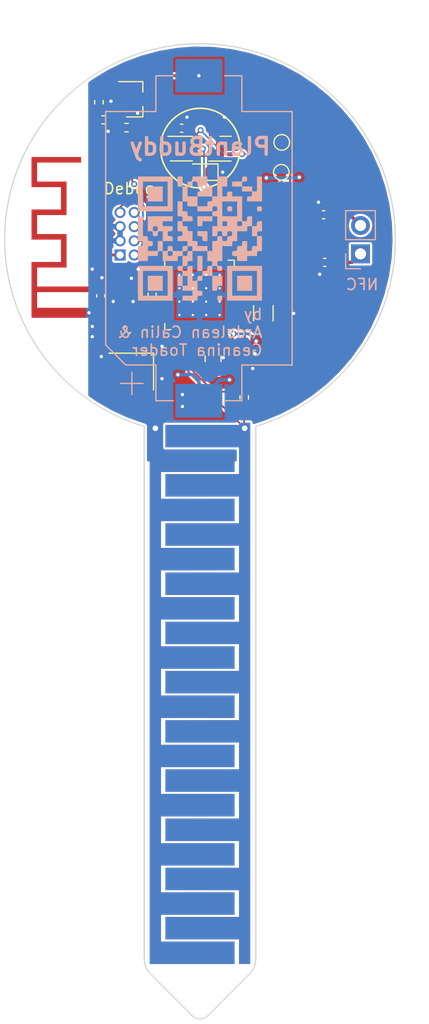
<source format=kicad_pcb>
(kicad_pcb (version 20171130) (host pcbnew 5.1.10)
  (layers (0 F.Cu power) (31 B.Cu power) (34 B.Paste user) (35 F.Paste user) (36 B.SilkS user) (37 F.SilkS user) (38 B.Mask user) (39 F.Mask user) (44 Edge.Cuts user))
  (net 0 "")
  (net 1 "Net-(AE1-Pad1)")
  (net 2 +BATT)
  (net 3 "Net-(BT1-Pad2)")
  (net 4 /SWDIO)
  (net 5 /SWCLK)
  (net 6 /SDA)
  (net 7 /SCL)
  (net 8 GND)
  (net 9 /LUX_INT)
  (net 10 "Net-(D1-Pad2)")
  (net 11 /LEDY)
  (net 12 "Net-(C5-Pad2)")
  (net 13 /XC2)
  (net 14 "Net-(C8-Pad1)")
  (net 15 "Net-(C9-Pad2)")
  (net 16 /XC1)
  (net 17 /XL2)
  (net 18 /XL1)
  (net 19 "Net-(C16-Pad2)")
  (net 20 "Net-(L4-Pad2)")
  (net 21 "Net-(U6-Pad5)")
  (net 22 "Net-(Y1-Pad4)")
  (net 23 "Net-(Y1-Pad2)")
  (net 24 /UART_Rx)
  (net 25 /UART_Tx)
  (net 26 "Net-(Q2-Pad1)")
  (net 27 /~RST)
  (net 28 /Discharge)
  (net 29 "Net-(C101-Pad2)")
  (net 30 "Net-(C102-Pad1)")
  (net 31 /Charge)
  (net 32 "Net-(U101-Pad44)")
  (net 33 "Net-(U101-Pad43)")
  (net 34 "Net-(U101-Pad39)")
  (net 35 "Net-(U101-Pad38)")
  (net 36 "Net-(U101-Pad32)")
  (net 37 "Net-(U101-Pad29)")
  (net 38 "Net-(U101-Pad16)")
  (net 39 "Net-(U101-Pad10)")
  (net 40 "Net-(U101-Pad9)")
  (net 41 "Net-(U101-Pad7)")
  (net 42 "Net-(U101-Pad5)")
  (net 43 "Net-(U101-Pad4)")
  (net 44 "Net-(U101-Pad28)")
  (net 45 "Net-(U101-Pad27)")
  (net 46 "Net-(U101-Pad37)")
  (net 47 "Net-(U101-Pad42)")
  (net 48 "Net-(U101-Pad8)")
  (net 49 "Net-(U101-Pad21)")
  (net 50 "Net-(U101-Pad20)")
  (net 51 "Net-(U101-Pad19)")
  (net 52 "Net-(U102-Pad2)")
  (module OptoDevice:Lite-On_LTR-303ALS-01 (layer F.Cu) (at 64.0432 56.3266)
    (fp_text reference U102 hide)
    (fp_text value LTR-303ALS-01)
    (pad 6 smd roundrect (at 0.9 -0.65) (size 0.65 0.3) (layers F.Cu F.Paste F.Mask) (net 6 /SDA))
    (pad 5 smd roundrect (at 0.9 0) (size 0.65 0.3) (layers F.Cu F.Paste F.Mask) (net 9 /LUX_INT))
    (pad 4 smd roundrect (at 0.9 0.65) (size 0.65 0.3) (layers F.Cu F.Paste F.Mask) (net 7 /SCL))
    (pad 3 smd roundrect (at -0.9 0.65) (size 0.65 0.3) (layers F.Cu F.Paste F.Mask) (net 8 GND))
    (pad 2 smd roundrect (at -0.9 0) (size 0.65 0.3) (layers F.Cu F.Paste F.Mask) (net 52 "Net-(U102-Pad2)"))
    (pad 1 smd roundrect (at -0.9 -0.65) (size 0.65 0.3) (layers F.Cu F.Paste F.Mask) (net 2 +BATT))
  )
  (module PlantBuddy:PinHeader_2x04_P1.27mm_Vertical (layer B.Cu) (at 58.5568 65.8516)
    (fp_text reference J101 hide)
    (fp_text value Debug)
    (pad 8 thru_hole oval (at 1.27 -3.81) (size 1 1) (drill 0.65) (layers *.Cu *.Mask) (net 25 /UART_Tx))
    (pad 7 thru_hole oval (at 0 -3.81) (size 1 1) (drill 0.65) (layers *.Cu *.Mask) (net 24 /UART_Rx))
    (pad 6 thru_hole oval (at 1.27 -2.54) (size 1 1) (drill 0.65) (layers *.Cu *.Mask) (net 27 /~RST))
    (pad 5 thru_hole oval (at 0 -2.54) (size 1 1) (drill 0.65) (layers *.Cu *.Mask) (net 8 GND))
    (pad 4 thru_hole oval (at 1.27 -1.27) (size 1 1) (drill 0.65) (layers *.Cu *.Mask) (net 5 /SWCLK))
    (pad 3 thru_hole oval (at 0 -1.27) (size 1 1) (drill 0.65) (layers *.Cu *.Mask) (net 8 GND))
    (pad 2 thru_hole oval (at 1.27 0) (size 1 1) (drill 0.65) (layers *.Cu *.Mask) (net 4 /SWDIO))
    (pad 1 thru_hole rect (at 0 0) (size 1 1) (drill 0.65) (layers *.Cu *.Mask) (net 2 +BATT))
  )
  (module Package_DFN_QFN:QFN-48-1EP_6x6mm_P0.4mm_EP4.6x4.6mm_ThermalVias (layer F.Cu) (at 65.6755 69.427 180)
    (fp_text reference U101 hide)
    (fp_text value nRF52832-QFxx)
    (pad 1 smd roundrect (at -2.95 -2.2 180) (size 0.8 0.2) (layers F.Cu F.Paste F.Mask) (net 12 "Net-(C5-Pad2)"))
    (pad 2 smd roundrect (at -2.95 -1.8 180) (size 0.8 0.2) (layers F.Cu F.Paste F.Mask) (net 18 /XL1))
    (pad 3 smd roundrect (at -2.95 -1.4 180) (size 0.8 0.2) (layers F.Cu F.Paste F.Mask) (net 17 /XL2))
    (pad 4 smd roundrect (at -2.95 -1 180) (size 0.8 0.2) (layers F.Cu F.Paste F.Mask) (net 43 "Net-(U101-Pad4)"))
    (pad 5 smd roundrect (at -2.95 -0.6 180) (size 0.8 0.2) (layers F.Cu F.Paste F.Mask) (net 42 "Net-(U101-Pad5)"))
    (pad 6 smd roundrect (at -2.95 -0.2 180) (size 0.8 0.2) (layers F.Cu F.Paste F.Mask) (net 2 +BATT))
    (pad 7 smd roundrect (at -2.95 0.2 180) (size 0.8 0.2) (layers F.Cu F.Paste F.Mask) (net 41 "Net-(U101-Pad7)"))
    (pad 8 smd roundrect (at -2.95 0.6 180) (size 0.8 0.2) (layers F.Cu F.Paste F.Mask) (net 48 "Net-(U101-Pad8)"))
    (pad 9 smd roundrect (at -2.95 1 180) (size 0.8 0.2) (layers F.Cu F.Paste F.Mask) (net 40 "Net-(U101-Pad9)"))
    (pad 10 smd roundrect (at -2.95 1.4 180) (size 0.8 0.2) (layers F.Cu F.Paste F.Mask) (net 39 "Net-(U101-Pad10)"))
    (pad 11 smd roundrect (at -2.95 1.8 180) (size 0.8 0.2) (layers F.Cu F.Paste F.Mask) (net 29 "Net-(C101-Pad2)"))
    (pad 12 smd roundrect (at -2.95 2.2 180) (size 0.8 0.2) (layers F.Cu F.Paste F.Mask) (net 30 "Net-(C102-Pad1)"))
    (pad 13 smd roundrect (at -2.2 2.95 180) (size 0.2 0.8) (layers F.Cu F.Paste F.Mask) (net 2 +BATT))
    (pad 14 smd roundrect (at -1.8 2.95 180) (size 0.2 0.8) (layers F.Cu F.Paste F.Mask) (net 6 /SDA))
    (pad 15 smd roundrect (at -1.4 2.95 180) (size 0.2 0.8) (layers F.Cu F.Paste F.Mask) (net 7 /SCL))
    (pad 16 smd roundrect (at -1 2.95 180) (size 0.2 0.8) (layers F.Cu F.Paste F.Mask) (net 38 "Net-(U101-Pad16)"))
    (pad 17 smd roundrect (at -0.6 2.95 180) (size 0.2 0.8) (layers F.Cu F.Paste F.Mask) (net 9 /LUX_INT))
    (pad 18 smd roundrect (at -0.2 2.95 180) (size 0.2 0.8) (layers F.Cu F.Paste F.Mask) (net 11 /LEDY))
    (pad 19 smd roundrect (at 0.2 2.95 180) (size 0.2 0.8) (layers F.Cu F.Paste F.Mask) (net 51 "Net-(U101-Pad19)"))
    (pad 20 smd roundrect (at 0.6 2.95 180) (size 0.2 0.8) (layers F.Cu F.Paste F.Mask) (net 50 "Net-(U101-Pad20)"))
    (pad 21 smd roundrect (at 1 2.95 180) (size 0.2 0.8) (layers F.Cu F.Paste F.Mask) (net 49 "Net-(U101-Pad21)"))
    (pad 22 smd roundrect (at 1.4 2.95 180) (size 0.2 0.8) (layers F.Cu F.Paste F.Mask) (net 24 /UART_Rx))
    (pad 23 smd roundrect (at 1.8 2.95 180) (size 0.2 0.8) (layers F.Cu F.Paste F.Mask) (net 25 /UART_Tx))
    (pad 24 smd roundrect (at 2.2 2.95 180) (size 0.2 0.8) (layers F.Cu F.Paste F.Mask) (net 27 /~RST))
    (pad 25 smd roundrect (at 2.95 2.2 180) (size 0.8 0.2) (layers F.Cu F.Paste F.Mask) (net 5 /SWCLK))
    (pad 26 smd roundrect (at 2.95 1.8 180) (size 0.8 0.2) (layers F.Cu F.Paste F.Mask) (net 4 /SWDIO))
    (pad 27 smd roundrect (at 2.95 1.4 180) (size 0.8 0.2) (layers F.Cu F.Paste F.Mask) (net 45 "Net-(U101-Pad27)"))
    (pad 28 smd roundrect (at 2.95 1 180) (size 0.8 0.2) (layers F.Cu F.Paste F.Mask) (net 44 "Net-(U101-Pad28)"))
    (pad 29 smd roundrect (at 2.95 0.6 180) (size 0.8 0.2) (layers F.Cu F.Paste F.Mask) (net 37 "Net-(U101-Pad29)"))
    (pad 30 smd roundrect (at 2.95 0.2 180) (size 0.8 0.2) (layers F.Cu F.Paste F.Mask) (net 14 "Net-(C8-Pad1)"))
    (pad 31 smd roundrect (at 2.95 -0.2 180) (size 0.8 0.2) (layers F.Cu F.Paste F.Mask) (net 8 GND))
    (pad 32 smd roundrect (at 2.95 -0.6 180) (size 0.8 0.2) (layers F.Cu F.Paste F.Mask) (net 36 "Net-(U101-Pad32)"))
    (pad 33 smd roundrect (at 2.95 -1 180) (size 0.8 0.2) (layers F.Cu F.Paste F.Mask) (net 15 "Net-(C9-Pad2)"))
    (pad 34 smd roundrect (at 2.95 -1.4 180) (size 0.8 0.2) (layers F.Cu F.Paste F.Mask) (net 16 /XC1))
    (pad 35 smd roundrect (at 2.95 -1.8 180) (size 0.8 0.2) (layers F.Cu F.Paste F.Mask) (net 13 /XC2))
    (pad 36 smd roundrect (at 2.95 -2.2 180) (size 0.8 0.2) (layers F.Cu F.Paste F.Mask) (net 2 +BATT))
    (pad 37 smd roundrect (at 2.2 -2.95 180) (size 0.2 0.8) (layers F.Cu F.Paste F.Mask) (net 46 "Net-(U101-Pad37)"))
    (pad 38 smd roundrect (at 1.8 -2.95 180) (size 0.2 0.8) (layers F.Cu F.Paste F.Mask) (net 35 "Net-(U101-Pad38)"))
    (pad 39 smd roundrect (at 1.4 -2.95 180) (size 0.2 0.8) (layers F.Cu F.Paste F.Mask) (net 34 "Net-(U101-Pad39)"))
    (pad 40 smd roundrect (at 1 -2.95 180) (size 0.2 0.8) (layers F.Cu F.Paste F.Mask) (net 28 /Discharge))
    (pad 41 smd roundrect (at 0.6 -2.95 180) (size 0.2 0.8) (layers F.Cu F.Paste F.Mask) (net 31 /Charge))
    (pad 42 smd roundrect (at 0.2 -2.95 180) (size 0.2 0.8) (layers F.Cu F.Paste F.Mask) (net 47 "Net-(U101-Pad42)"))
    (pad 43 smd roundrect (at -0.2 -2.95 180) (size 0.2 0.8) (layers F.Cu F.Paste F.Mask) (net 33 "Net-(U101-Pad43)"))
    (pad 44 smd roundrect (at -0.6 -2.95 180) (size 0.2 0.8) (layers F.Cu F.Paste F.Mask) (net 32 "Net-(U101-Pad44)"))
    (pad 45 smd roundrect (at -1 -2.95 180) (size 0.2 0.8) (layers F.Cu F.Paste F.Mask) (net 8 GND))
    (pad 46 smd roundrect (at -1.4 -2.95 180) (size 0.2 0.8) (layers F.Cu F.Paste F.Mask) (net 19 "Net-(C16-Pad2)"))
    (pad 47 smd roundrect (at -1.8 -2.95 180) (size 0.2 0.8) (layers F.Cu F.Paste F.Mask) (net 20 "Net-(L4-Pad2)"))
    (pad 48 smd roundrect (at -2.2 -2.95 180) (size 0.2 0.8) (layers F.Cu F.Paste F.Mask) (net 2 +BATT))
    (pad 49 smd rect (at 0 0 180) (size 4.6 4.6) (layers F.Cu F.Mask) (net 8 GND))
    (pad 49 thru_hole circle (at -1.8 -1.8 180) (size 0.5 0.5) (drill 0.2) (layers *.Cu) (net 8 GND))
    (pad 49 thru_hole circle (at -0.6 -1.8 180) (size 0.5 0.5) (drill 0.2) (layers *.Cu) (net 8 GND))
    (pad 49 thru_hole circle (at 0.6 -1.8 180) (size 0.5 0.5) (drill 0.2) (layers *.Cu) (net 8 GND))
    (pad 49 thru_hole circle (at 1.8 -1.8 180) (size 0.5 0.5) (drill 0.2) (layers *.Cu) (net 8 GND))
    (pad 49 thru_hole circle (at -1.8 -0.6 180) (size 0.5 0.5) (drill 0.2) (layers *.Cu) (net 8 GND))
    (pad 49 thru_hole circle (at -0.6 -0.6 180) (size 0.5 0.5) (drill 0.2) (layers *.Cu) (net 8 GND))
    (pad 49 thru_hole circle (at 0.6 -0.6 180) (size 0.5 0.5) (drill 0.2) (layers *.Cu) (net 8 GND))
    (pad 49 thru_hole circle (at 1.8 -0.6 180) (size 0.5 0.5) (drill 0.2) (layers *.Cu) (net 8 GND))
    (pad 49 thru_hole circle (at -1.8 0.6 180) (size 0.5 0.5) (drill 0.2) (layers *.Cu) (net 8 GND))
    (pad 49 thru_hole circle (at -0.6 0.6 180) (size 0.5 0.5) (drill 0.2) (layers *.Cu) (net 8 GND))
    (pad 49 thru_hole circle (at 0.6 0.6 180) (size 0.5 0.5) (drill 0.2) (layers *.Cu) (net 8 GND))
    (pad 49 thru_hole circle (at 1.8 0.6 180) (size 0.5 0.5) (drill 0.2) (layers *.Cu) (net 8 GND))
    (pad 49 thru_hole circle (at -1.8 1.8 180) (size 0.5 0.5) (drill 0.2) (layers *.Cu) (net 8 GND))
    (pad 49 thru_hole circle (at -0.6 1.8 180) (size 0.5 0.5) (drill 0.2) (layers *.Cu) (net 8 GND))
    (pad 49 thru_hole circle (at 0.6 1.8 180) (size 0.5 0.5) (drill 0.2) (layers *.Cu) (net 8 GND))
    (pad 49 thru_hole circle (at 1.8 1.8 180) (size 0.5 0.5) (drill 0.2) (layers *.Cu) (net 8 GND))
    (pad 49 smd rect (at 0 0 180) (size 4.1 4.1) (layers B.Cu) (net 8 GND))
  )
  (module Resistor_SMD:R_0402_1005Metric (layer F.Cu) (at 69.68 78.6024 270)
    (fp_text reference R101 hide)
    (fp_text value 100k)
    (pad 1 smd roundrect (at -0.51 0 270) (size 0.54 0.64) (layers F.Cu F.Paste F.Mask) (net 31 /Charge))
    (pad 2 smd roundrect (at 0.51 0 270) (size 0.54 0.64) (layers F.Cu F.Paste F.Mask) (net 28 /Discharge))
  )
  (module Connector_PinHeader_2.54mm:PinHeader_1x02_P2.54mm_Vertical (layer B.Cu) (at 80.096 65.75)
    (fp_text reference J102 hide)
    (fp_text value "NFC Antenna")
    (pad 1 thru_hole rect (at 0 0) (size 1.7 1.7) (drill 1) (layers *.Cu *.Mask) (net 29 "Net-(C101-Pad2)"))
    (pad 2 thru_hole oval (at 0 -2.54) (size 1.7 1.7) (drill 1) (layers *.Cu *.Mask) (net 30 "Net-(C102-Pad1)"))
  )
  (module Capacitor_SMD:C_0402_1005Metric (layer F.Cu) (at 76.794 62.2448 180)
    (fp_text reference C102 hide)
    (fp_text value N/P)
    (pad 1 smd roundrect (at -0.48 0 180) (size 0.56 0.62) (layers F.Cu F.Paste F.Mask) (net 30 "Net-(C102-Pad1)"))
    (pad 2 smd roundrect (at 0.48 0 180) (size 0.56 0.62) (layers F.Cu F.Paste F.Mask) (net 8 GND))
  )
  (module Capacitor_SMD:C_0402_1005Metric (layer F.Cu) (at 76.8956 66.512)
    (fp_text reference C101 hide)
    (fp_text value N/P)
    (pad 1 smd roundrect (at -0.48 0) (size 0.56 0.62) (layers F.Cu F.Paste F.Mask) (net 8 GND))
    (pad 2 smd roundrect (at 0.48 0) (size 0.56 0.62) (layers F.Cu F.Paste F.Mask) (net 29 "Net-(C101-Pad2)"))
  )
  (module Inductor_SMD:L_0402_1005Metric (layer F.Cu) (at 59.903 68.925)
    (fp_text reference L1 hide)
    (fp_text value 3.9nH)
    (pad 1 smd roundrect (at -0.485 0) (size 0.59 0.64) (layers F.Cu F.Paste F.Mask) (net 1 "Net-(AE1-Pad1)"))
    (pad 2 smd roundrect (at 0.485 0) (size 0.59 0.64) (layers F.Cu F.Paste F.Mask) (net 14 "Net-(C8-Pad1)"))
  )
  (module Capacitor_SMD:C_0402_1005Metric (layer F.Cu) (at 59.1664 72.608 45)
    (fp_text reference C9 hide)
    (fp_text value 100pF)
    (pad 1 smd roundrect (at -0.48 0 45) (size 0.56 0.62) (layers F.Cu F.Paste F.Mask) (net 8 GND))
    (pad 2 smd roundrect (at 0.48 0 45) (size 0.56 0.62) (layers F.Cu F.Paste F.Mask) (net 15 "Net-(C9-Pad2)"))
  )
  (module PlantBuddy:BatteryHolder_LCSC_2032 (layer B.Cu) (at 65.618 64.353 90)
    (fp_text reference BT1 hide)
    (fp_text value Li+)
    (pad 2 smd rect (at 14.55 0 270) (size 3 4.2) (layers B.Cu B.Paste B.Mask) (net 3 "Net-(BT1-Pad2)"))
    (pad 1 smd rect (at -14.55 0 270) (size 3 4.2) (layers B.Cu B.Paste B.Mask) (net 2 +BATT))
  )
  (module Resistor_SMD:R_0402_1005Metric (layer F.Cu) (at 59.141 54.447)
    (fp_text reference R1 hide)
    (fp_text value 10k)
    (pad 1 smd roundrect (at -0.51 0) (size 0.54 0.64) (layers F.Cu F.Paste F.Mask) (net 2 +BATT))
    (pad 2 smd roundrect (at 0.51 0) (size 0.54 0.64) (layers F.Cu F.Paste F.Mask) (net 27 /~RST))
  )
  (module Resistor_SMD:R_0402_1005Metric (layer F.Cu) (at 56.6645 52.161 90)
    (fp_text reference R4 hide)
    (fp_text value 10k)
    (pad 1 smd roundrect (at -0.51 0 90) (size 0.54 0.64) (layers F.Cu F.Paste F.Mask) (net 2 +BATT))
    (pad 2 smd roundrect (at 0.51 0 90) (size 0.54 0.64) (layers F.Cu F.Paste F.Mask) (net 26 "Net-(Q2-Pad1)"))
  )
  (module Capacitor_SMD:C_0402_1005Metric (layer F.Cu) (at 64.0686 54.4978)
    (fp_text reference C17 hide)
    (fp_text value 100nF)
    (pad 1 smd roundrect (at -0.48 0) (size 0.56 0.62) (layers F.Cu F.Paste F.Mask) (net 2 +BATT))
    (pad 2 smd roundrect (at 0.48 0) (size 0.56 0.62) (layers F.Cu F.Paste F.Mask) (net 8 GND))
  )
  (module TestPoint:TestPoint_Pad_D1.0mm (layer F.Cu) (at 73.002 58.447)
    (fp_text reference J3 hide)
    (fp_text value Conn_I2C_SCL)
    (pad 1 smd circle (at 0 0) (size 1 1) (layers F.Cu F.Mask) (net 7 /SCL))
  )
  (module TestPoint:TestPoint_Pad_D1.0mm (layer F.Cu) (at 73.042 55.767)
    (fp_text reference J2 hide)
    (fp_text value Conn_I2C_SDA)
    (pad 1 smd circle (at 0 0) (size 1 1) (layers F.Cu F.Mask) (net 6 /SDA))
  )
  (module Capacitor_SMD:C_0402_1005Metric (layer F.Cu) (at 57.0455 53.7485)
    (fp_text reference C15 hide)
    (fp_text value 4.7uF)
    (pad 1 smd roundrect (at -0.48 0) (size 0.56 0.62) (layers F.Cu F.Paste F.Mask) (net 2 +BATT))
    (pad 2 smd roundrect (at 0.48 0) (size 0.56 0.62) (layers F.Cu F.Paste F.Mask) (net 8 GND))
  )
  (module Capacitor_SMD:C_0402_1005Metric (layer F.Cu) (at 61.427 69.3695 270)
    (fp_text reference C8 hide)
    (fp_text value 0.8pF)
    (pad 1 smd roundrect (at -0.48 0 270) (size 0.56 0.62) (layers F.Cu F.Paste F.Mask) (net 14 "Net-(C8-Pad1)"))
    (pad 2 smd roundrect (at 0.48 0 270) (size 0.56 0.62) (layers F.Cu F.Paste F.Mask) (net 8 GND))
  )
  (module Capacitor_SMD:C_0402_1005Metric (layer F.Cu) (at 56.8296 69.5092 270)
    (fp_text reference C7 hide)
    (fp_text value 1.2pF)
    (pad 1 smd roundrect (at -0.48 0 270) (size 0.56 0.62) (layers F.Cu F.Paste F.Mask) (net 1 "Net-(AE1-Pad1)"))
    (pad 2 smd roundrect (at 0.48 0 270) (size 0.56 0.62) (layers F.Cu F.Paste F.Mask) (net 8 GND))
  )
  (module RF_Antenna:Texas_SWRA117D_2.4GHz_Right (layer F.Cu) (at 55.7755 68.925 90)
    (fp_text reference AE1 hide)
    (fp_text value "2.45GHz PCB antenna" hide)
    (fp_poly (pts (xy 2.45 -2.51) (xy 4.45 -2.51) (xy 4.45 -5.15) (xy 7.15 -5.15) (xy 7.15 -2.51) (xy 9.15 -2.51) (xy 9.15 -5.15) (xy 11.85 -5.15) (xy 11.85 -0.71) (xy 11.35 -0.71) (xy 11.35 -4.65) (xy 9.65 -4.65) (xy 9.65 -2.01) (xy 6.65 -2.01) (xy 6.65 -4.65) (xy 4.95 -4.65) (xy 4.95 -2.01) (xy 1.95 -2.01) (xy 1.95 -4.65) (xy 0.25 -4.65) (xy 0.25 0.25) (xy -0.25 0.25) (xy -0.25 -4.65) (xy -1.65 -4.65) (xy -1.65 0.25) (xy -2.55 0.25) (xy -2.55 0.006785) (xy -2.247583 0.006785) (xy -2.237742 0.054395) (xy -2.213674 0.096797) (xy -2.175731 0.129581) (xy -2.167819 0.133935) (xy -2.125156 0.146043) (xy -2.076637 0.1453) (xy -2.031122 0.1324) (xy -2.012511 0.121787) (xy -1.978868 0.086553) (xy -1.958309 0.041368) (xy -1.951778 -0.008158) (xy -1.960218 -0.056417) (xy -1.977112 -0.088643) (xy -2.012372 -0.121313) (xy -2.057682 -0.141408) (xy -2.107267 -0.147982) (xy -2.155353 -0.140092) (xy -2.188245 -0.123186) (xy -2.223185 -0.086416) (xy -2.242847 -0.041622) (xy -2.247583 0.006785) (xy -2.55 0.006785) (xy -2.55 -5.15) (xy 2.45 -5.15) (xy 2.45 -2.51)) (layer F.Cu) (width 0))
    (pad 2 thru_hole rect (at -2.1 0 90) (size 0.9 0.5) (drill 0.3) (layers *.Cu) (net 8 GND))
    (pad 1 connect rect (at 0 0 90) (size 0.5 0.5) (layers F.Cu) (net 1 "Net-(AE1-Pad1)"))
  )
  (module Capacitor_SMD:C_0402_1005Metric (layer F.Cu) (at 62.316 75.5036 90)
    (fp_text reference C6 hide)
    (fp_text value 12pF hide)
    (pad 1 smd roundrect (at -0.485 0 90) (size 0.59 0.64) (layers F.Cu F.Paste F.Mask) (net 8 GND))
    (pad 2 smd roundrect (at 0.485 0 90) (size 0.59 0.64) (layers F.Cu F.Paste F.Mask) (net 13 /XC2))
  )
  (module Capacitor_SMD:C_0402_1005Metric (layer F.Cu) (at 56.8296 76.3164 270)
    (fp_text reference C11 hide)
    (fp_text value 12pF hide)
    (pad 1 smd roundrect (at -0.485 0 270) (size 0.59 0.64) (layers F.Cu F.Paste F.Mask) (net 8 GND))
    (pad 2 smd roundrect (at 0.485 0 270) (size 0.59 0.64) (layers F.Cu F.Paste F.Mask) (net 16 /XC1))
  )
  (module Capacitor_SMD:C_0402_1005Metric (layer F.Cu) (at 73.1328 70.0178 90)
    (fp_text reference C13 hide)
    (fp_text value 12pF hide)
    (pad 1 smd roundrect (at -0.485 0 90) (size 0.59 0.64) (layers F.Cu F.Paste F.Mask) (net 8 GND))
    (pad 2 smd roundrect (at 0.485 0 90) (size 0.59 0.64) (layers F.Cu F.Paste F.Mask) (net 17 /XL2))
  )
  (module Capacitor_SMD:C_0402_1005Metric (layer F.Cu) (at 73.1428 72.1178 270)
    (fp_text reference C14 hide)
    (fp_text value 12pF hide)
    (pad 1 smd roundrect (at -0.485 0 270) (size 0.59 0.64) (layers F.Cu F.Paste F.Mask) (net 8 GND))
    (pad 2 smd roundrect (at 0.485 0 270) (size 0.59 0.64) (layers F.Cu F.Paste F.Mask) (net 18 /XL1))
  )
  (module Crystal:Crystal_SMD_3225-4Pin_3.2x2.5mm (layer F.Cu) (at 59.556 76.2946 180)
    (fp_text reference Y1 hide)
    (fp_text value 32MHz hide)
    (pad 1 smd rect (at -1.1 0.85 180) (size 1.4 1.2) (layers F.Cu F.Paste F.Mask) (net 13 /XC2))
    (pad 2 smd rect (at 1.1 0.85 180) (size 1.4 1.2) (layers F.Cu F.Paste F.Mask) (net 23 "Net-(Y1-Pad2)"))
    (pad 3 smd rect (at 1.1 -0.85 180) (size 1.4 1.2) (layers F.Cu F.Paste F.Mask) (net 16 /XC1))
    (pad 4 smd rect (at -1.1 -0.85 180) (size 1.4 1.2) (layers F.Cu F.Paste F.Mask) (net 22 "Net-(Y1-Pad4)"))
  )
  (module Crystal:Crystal_SMD_3215-2Pin_3.2x1.5mm (layer F.Cu) (at 71.3928 71.0678 90)
    (fp_text reference Y2 hide)
    (fp_text value 32kHz hide)
    (pad 1 smd rect (at 1.25 0 90) (size 1 1.8) (layers F.Cu F.Paste F.Mask) (net 17 /XL2))
    (pad 2 smd rect (at -1.25 0 90) (size 1 1.8) (layers F.Cu F.Paste F.Mask) (net 18 /XL1))
  )
  (module PlantBuddy:SoilProbe (layer F.Cu) (at 65.714 105.1)
    (fp_text reference C4 hide)
    (fp_text value C_Probe hide)
    (pad 2 thru_hole custom (at -3.99188 -23.73122) (size 1 1) (drill 0.5) (layers *.Cu) (net 8 GND) (clearance 0.0635) (options (clearance outline) (anchor rect)) (primitives (gr_poly (pts (xy 0.495146 1.904153) (xy 7.090679 1.904153) (xy 7.090679 3.910753) (xy 0.495088 3.910753) (xy 0.497234 5.110903) (xy 0.499379 6.311053) (xy 3.79503 6.31318) (xy 7.09068 6.315308) (xy 7.090679 7.314364) (xy 7.090679 8.31342) (xy 0.495146 8.31342) (xy 0.495146 10.717953) (xy 7.090749 10.717953) (xy 7.088598 11.719136) (xy 7.086446 12.720319) (xy 3.790796 12.722447) (xy 0.495146 12.724574) (xy 0.495146 15.120619) (xy 7.090679 15.120619) (xy 7.090679 17.12722) (xy 0.495146 17.12722) (xy 0.495146 19.531753) (xy 7.090679 19.531753) (xy 7.090679 20.530809) (xy 7.09068 21.529865) (xy 3.79503 21.531992) (xy 0.499379 21.53412) (xy 0.497234 22.73427) (xy 0.495088 23.93442) (xy 7.090679 23.93442) (xy 7.090679 25.941019) (xy 0.495146 25.941019) (xy 0.495146 28.345553) (xy 7.090679 28.345553) (xy 7.090679 30.343686) (xy 0.495146 30.343686) (xy 0.495146 32.748219) (xy 7.090679 32.748219) (xy 7.090679 34.75482) (xy 0.495146 34.75482) (xy 0.495146 37.159353) (xy 7.090679 37.159353) (xy 7.090679 39.157486) (xy 0.495146 39.157486) (xy 0.495146 41.56202) (xy 7.090679 41.56202) (xy 7.090679 43.56862) (xy 0.495146 43.56862) (xy 0.495146 45.973153) (xy 7.090679 45.973153) (xy 7.090679 47.971286) (xy -0.50392 47.971286) (xy -0.50392 -0.50038) (xy 0.495146 -0.50038) (xy 0.495146 1.904153)) (width 0.01)) (gr_poly (pts (xy 0.495146 1.904153) (xy 7.090679 1.904153) (xy 7.090679 3.910753) (xy 0.495088 3.910753) (xy 0.497234 5.110903) (xy 0.499379 6.311053) (xy 3.79503 6.31318) (xy 7.09068 6.315308) (xy 7.090679 7.314364) (xy 7.090679 8.31342) (xy 0.495146 8.31342) (xy 0.495146 10.717953) (xy 7.090749 10.717953) (xy 7.088598 11.719136) (xy 7.086446 12.720319) (xy 3.790796 12.722447) (xy 0.495146 12.724574) (xy 0.495146 15.120619) (xy 7.090679 15.120619) (xy 7.090679 17.12722) (xy 0.495146 17.12722) (xy 0.495146 19.531753) (xy 7.090679 19.531753) (xy 7.090679 20.530809) (xy 7.09068 21.529865) (xy 3.79503 21.531992) (xy 0.499379 21.53412) (xy 0.497234 22.73427) (xy 0.495088 23.93442) (xy 7.090679 23.93442) (xy 7.090679 25.941019) (xy 0.495146 25.941019) (xy 0.495146 28.345553) (xy 7.090679 28.345553) (xy 7.090679 30.343686) (xy 0.495146 30.343686) (xy 0.495146 32.748219) (xy 7.090679 32.748219) (xy 7.090679 34.75482) (xy 0.495146 34.75482) (xy 0.495146 37.159353) (xy 7.090679 37.159353) (xy 7.090679 39.157486) (xy 0.495146 39.157486) (xy 0.495146 41.56202) (xy 7.090679 41.56202) (xy 7.090679 43.56862) (xy 0.495146 43.56862) (xy 0.495146 45.973153) (xy 7.090679 45.973153) (xy 7.090679 47.971286) (xy -0.50392 47.971286) (xy -0.50392 -0.50038) (xy 0.495146 -0.50038) (xy 0.495146 1.904153)) (width 0.01))))
    (pad 1 thru_hole custom (at 4.00812 -23.73122) (size 1 1) (drill 0.5) (layers *.Cu) (net 28 /Discharge) (clearance 0.0635) (options (clearance outline) (anchor rect)) (primitives (gr_poly (pts (xy 0.496146 47.971286) (xy -0.502921 47.971286) (xy -0.502921 45.769953) (xy -7.098454 45.769953) (xy -7.098454 43.763353) (xy -0.502862 43.763353) (xy -0.507154 41.363053) (xy -3.802804 41.360925) (xy -7.098454 41.358798) (xy -7.098454 39.360686) (xy -0.502921 39.360686) (xy -0.502921 36.956153) (xy -7.098523 36.956153) (xy -7.096372 35.95497) (xy -7.09422 34.953786) (xy -3.79857 34.951659) (xy -0.502921 34.949531) (xy -0.502921 32.553486) (xy -7.098454 32.553486) (xy -7.098454 30.546886) (xy -0.502921 30.546886) (xy -0.502921 28.142353) (xy -7.098454 28.142353) (xy -7.098454 26.144241) (xy -3.802804 26.142114) (xy -0.507154 26.139986) (xy -0.502862 23.739686) (xy -7.098454 23.739686) (xy -7.098454 21.733086) (xy -0.502921 21.733086) (xy -0.502921 19.328553) (xy -7.098454 19.328553) (xy -7.098454 17.33042) (xy -0.502921 17.33042) (xy -0.502921 14.925886) (xy -7.098454 14.925886) (xy -7.098454 12.919286) (xy -0.502921 12.919286) (xy -0.502921 10.514753) (xy -7.098454 10.514753) (xy -7.098454 8.51662) (xy -0.502921 8.51662) (xy -0.502921 6.112086) (xy -7.098454 6.112086) (xy -7.098454 4.105486) (xy -0.502921 4.105486) (xy -0.502921 1.700953) (xy -7.098454 1.700953) (xy -7.098454 -0.29718) (xy -0.502921 -0.29718) (xy -0.502921 -0.50038) (xy 0.496146 -0.50038) (xy 0.496146 47.971286)) (width 0.01)) (gr_poly (pts (xy 0.496146 47.971286) (xy -0.502921 47.971286) (xy -0.502921 45.769953) (xy -7.098454 45.769953) (xy -7.098454 43.763353) (xy -0.502862 43.763353) (xy -0.507154 41.363053) (xy -3.802804 41.360925) (xy -7.098454 41.358798) (xy -7.098454 39.360686) (xy -0.502921 39.360686) (xy -0.502921 36.956153) (xy -7.098523 36.956153) (xy -7.096372 35.95497) (xy -7.09422 34.953786) (xy -3.79857 34.951659) (xy -0.502921 34.949531) (xy -0.502921 32.553486) (xy -7.098454 32.553486) (xy -7.098454 30.546886) (xy -0.502921 30.546886) (xy -0.502921 28.142353) (xy -7.098454 28.142353) (xy -7.098454 26.144241) (xy -3.802804 26.142114) (xy -0.507154 26.139986) (xy -0.502862 23.739686) (xy -7.098454 23.739686) (xy -7.098454 21.733086) (xy -0.502921 21.733086) (xy -0.502921 19.328553) (xy -7.098454 19.328553) (xy -7.098454 17.33042) (xy -0.502921 17.33042) (xy -0.502921 14.925886) (xy -7.098454 14.925886) (xy -7.098454 12.919286) (xy -0.502921 12.919286) (xy -0.502921 10.514753) (xy -7.098454 10.514753) (xy -7.098454 8.51662) (xy -0.502921 8.51662) (xy -0.502921 6.112086) (xy -7.098454 6.112086) (xy -7.098454 4.105486) (xy -0.502921 4.105486) (xy -0.502921 1.700953) (xy -7.098454 1.700953) (xy -7.098454 -0.29718) (xy -0.502921 -0.29718) (xy -0.502921 -0.50038) (xy 0.496146 -0.50038) (xy 0.496146 47.971286)) (width 0.01))))
  )
  (module Capacitor_SMD:C_0402_1005Metric (layer F.Cu) (at 69.7328 74.1828 90)
    (fp_text reference C5 hide)
    (fp_text value 100nF hide)
    (pad 1 smd roundrect (at -0.485 0 90) (size 0.59 0.64) (layers F.Cu F.Paste F.Mask) (net 8 GND))
    (pad 2 smd roundrect (at 0.485 0 90) (size 0.59 0.64) (layers F.Cu F.Paste F.Mask) (net 12 "Net-(C5-Pad2)"))
  )
  (module Capacitor_SMD:C_0402_1005Metric (layer F.Cu) (at 69.0724 76.0116 180)
    (fp_text reference C16 hide)
    (fp_text value 1uF hide)
    (pad 1 smd roundrect (at -0.485 0 180) (size 0.59 0.64) (layers F.Cu F.Paste F.Mask) (net 8 GND))
    (pad 2 smd roundrect (at 0.485 0 180) (size 0.59 0.64) (layers F.Cu F.Paste F.Mask) (net 19 "Net-(C16-Pad2)"))
  )
  (module Inductor_SMD:L_0805_2012Metric (layer F.Cu) (at 66.888 75.148 90)
    (fp_text reference L4 hide)
    (fp_text value 10uH hide)
    (pad 1 smd roundrect (at -0.9375 0 90) (size 0.975 1.4) (layers F.Cu F.Paste F.Mask) (net 19 "Net-(C16-Pad2)"))
    (pad 2 smd roundrect (at 0.9375 0 90) (size 0.975 1.4) (layers F.Cu F.Paste F.Mask) (net 20 "Net-(L4-Pad2)"))
  )
  (module Package_TO_SOT_SMD:SOT-23 (layer F.Cu) (at 59.8395 51.907)
    (fp_text reference Q2 hide)
    (fp_text value AO3400A hide)
    (pad 1 smd rect (at -1 -0.95) (size 0.9 0.8) (layers F.Cu F.Paste F.Mask) (net 26 "Net-(Q2-Pad1)"))
    (pad 2 smd rect (at -1 0.95) (size 0.9 0.8) (layers F.Cu F.Paste F.Mask) (net 8 GND))
    (pad 3 smd rect (at 1 0) (size 0.9 0.8) (layers F.Cu F.Paste F.Mask) (net 3 "Net-(BT1-Pad2)"))
  )
  (module Resistor_SMD:R_0402_1005Metric (layer F.Cu) (at 72.5268 60.0604)
    (fp_text reference R14 hide)
    (fp_text value 10k hide)
    (pad 1 smd roundrect (at -0.485 0) (size 0.59 0.64) (layers F.Cu F.Paste F.Mask) (net 2 +BATT))
    (pad 2 smd roundrect (at 0.485 0) (size 0.59 0.64) (layers F.Cu F.Paste F.Mask) (net 7 /SCL))
  )
  (module Resistor_SMD:R_0402_1005Metric (layer F.Cu) (at 72.5776 54.0152)
    (fp_text reference R15 hide)
    (fp_text value 10k hide)
    (pad 1 smd roundrect (at -0.485 0) (size 0.59 0.64) (layers F.Cu F.Paste F.Mask) (net 2 +BATT))
    (pad 2 smd roundrect (at 0.485 0) (size 0.59 0.64) (layers F.Cu F.Paste F.Mask) (net 6 /SDA))
  )
  (module PlantBuddy:Sensirion_DFN-4-1EP_2x2mm_P1mm_EP0.7x1.6mm (layer F.Cu) (at 67.5116 56.3298)
    (fp_text reference U6 hide)
    (fp_text value SHTC3 hide)
    (pad 1 smd roundrect (at -0.925 -0.5) (size 0.55 0.35) (layers F.Cu F.Mask) (net 2 +BATT))
    (pad 2 smd roundrect (at -0.925 0.5) (size 0.55 0.35) (layers F.Cu F.Mask) (net 7 /SCL))
    (pad 3 smd roundrect (at 0.925 0.5) (size 0.55 0.35) (layers F.Cu F.Mask) (net 6 /SDA))
    (pad 4 smd roundrect (at 0.925 -0.5) (size 0.55 0.35) (layers F.Cu F.Mask) (net 8 GND))
    (pad 5 smd roundrect (at 0 0) (size 0.7 1.6) (layers F.Cu F.Mask) (net 21 "Net-(U6-Pad5)"))
  )
  (module LED_SMD:LED_0603_1608Metric (layer F.Cu) (at 65.8466 58.4348 180)
    (fp_text reference D1 hide)
    (fp_text value Y hide)
    (pad 1 smd roundrect (at -0.7875 0 180) (size 0.875 0.95) (layers F.Cu F.Paste F.Mask) (net 8 GND))
    (pad 2 smd roundrect (at 0.7875 0 180) (size 0.875 0.95) (layers F.Cu F.Paste F.Mask) (net 10 "Net-(D1-Pad2)"))
  )
  (module Resistor_SMD:R_0402_1005Metric (layer F.Cu) (at 65.7196 62.8036 270)
    (fp_text reference R3 hide)
    (fp_text value 1k hide)
    (pad 1 smd roundrect (at -0.485 0 270) (size 0.59 0.64) (layers F.Cu F.Paste F.Mask) (net 10 "Net-(D1-Pad2)"))
    (pad 2 smd roundrect (at 0.485 0 270) (size 0.59 0.64) (layers F.Cu F.Paste F.Mask) (net 11 /LEDY))
  )
  (module Capacitor_SMD:C_0402_1005Metric (layer F.Cu) (at 67.4341 54.4343)
    (fp_text reference C3 hide)
    (fp_text value 100nF)
    (pad 1 smd roundrect (at -0.485 0) (size 0.59 0.64) (layers F.Cu F.Paste F.Mask) (net 2 +BATT))
    (pad 2 smd roundrect (at 0.485 0) (size 0.59 0.64) (layers F.Cu F.Paste F.Mask) (net 8 GND))
  )
  (module Capacitor_SMD:C_0402_1005Metric (layer F.Cu) (at 61.5032 73.4208 270)
    (fp_text reference C10 hide)
    (fp_text value 100nF)
    (pad 1 smd roundrect (at -0.485 0 270) (size 0.59 0.64) (layers F.Cu F.Paste F.Mask) (net 2 +BATT))
    (pad 2 smd roundrect (at 0.485 0 270) (size 0.59 0.64) (layers F.Cu F.Paste F.Mask) (net 8 GND))
  )
  (module Capacitor_SMD:C_0402_1005Metric (layer F.Cu) (at 68.6152 74.2336 270)
    (fp_text reference C12 hide)
    (fp_text value 100nF)
    (pad 2 smd roundrect (at 0.485 0 270) (size 0.59 0.64) (layers F.Cu F.Paste F.Mask) (net 8 GND))
    (pad 1 smd roundrect (at -0.485 0 270) (size 0.59 0.64) (layers F.Cu F.Paste F.Mask) (net 2 +BATT))
  )
  (module PlantBuddy:qr (layer B.Cu) (at 65.745 64.353)
    (fp_text reference G*** hide)
    (fp_text value LOGO hide)
  )
  (gr_text "by \nArdelean Calin &\nGeanina Toader" (at 71.4092 72.7604) (layer B.SilkS) (effects (font (size 1 1)) (justify left mirror)))
  (gr_text Debug (at 59.3696 59.908) (layer F.SilkS) (effects (font (size 1 1))))
  (gr_text NFC (at 80.2484 68.4932) (layer B.SilkS) (effects (font (size 1 1)) (justify mirror)))
  (gr_text PlantBuddy (at 65.7196 56.1488) (layer B.SilkS) (effects (font (size 1.5 1.5) (thickness 0.3)) (justify mirror)))
  (gr_circle (center 65.745 56.27944) (end 69.31006 56.27944) (layer F.SilkS) (width 0.15))
  (gr_arc (start 62.719079 128.843653) (end 60.71908 128.843653) (angle -45) (layer Edge.Cuts) (width 0.1))
  (gr_line (start 60.71908 81.20168) (end 60.71908 128.843653) (layer Edge.Cuts) (width 0.1))
  (gr_arc (start 65.71908 64.431171) (end 70.719079 81.20168) (angle -326.8) (layer Edge.Cuts) (width 0.1))
  (gr_line (start 70.71908 128.843653) (end 70.719079 81.20168) (layer Edge.Cuts) (width 0.1))
  (gr_arc (start 68.71908 128.843653) (end 70.133293 130.257866) (angle -45) (layer Edge.Cuts) (width 0.1))
  (gr_line (start 66.426186 133.964973) (end 70.133293 130.257866) (layer Edge.Cuts) (width 0.1))
  (gr_arc (start 65.71908 133.257866) (end 65.011973 133.964973) (angle -90) (layer Edge.Cuts) (width 0.1))
  (gr_line (start 61.304866 130.257866) (end 65.011973 133.964973) (layer Edge.Cuts) (width 0.1))
  (segment (start 56.9338 68.925) (end 56.8296 69.0292) (width 0.3) (layer F.Cu) (net 1))
  (segment (start 59.268 68.925) (end 56.7838 68.925) (width 1.05) (layer F.Cu) (net 1))
  (segment (start 56.7254 68.925) (end 55.98821 68.925) (width 0.5) (layer F.Cu) (net 1))
  (segment (start 56.8296 69.0292) (end 56.7254 68.925) (width 0.1524) (layer F.Cu) (net 1))
  (via (at 64.1448 79.4152) (size 0.55) (drill 0.3) (layers F.Cu B.Cu) (net 2))
  (via (at 64.1448 78.3484) (size 0.55) (drill 0.3) (layers F.Cu B.Cu) (net 2))
  (via (at 63.7384 76.5704) (size 0.55) (drill 0.3) (layers F.Cu B.Cu) (net 2))
  (segment (start 63.7384 74.070598) (end 63.7384 76.5704) (width 0.3) (layer F.Cu) (net 2))
  (segment (start 65.618 77.103) (end 65.0854 76.5704) (width 0.3) (layer B.Cu) (net 2))
  (segment (start 65.618 78.903) (end 65.618 77.103) (width 0.3) (layer B.Cu) (net 2))
  (segment (start 65.0854 76.5704) (end 63.7384 76.5704) (width 0.3) (layer B.Cu) (net 2))
  (segment (start 63.1416 54.9448) (end 63.5886 54.4978) (width 0.1524) (layer F.Cu) (net 2))
  (segment (start 63.1416 55.6798) (end 63.1416 54.9448) (width 0.1524) (layer F.Cu) (net 2))
  (segment (start 63.5886 54.4978) (end 63.5886 52.8494) (width 0.1524) (layer F.Cu) (net 2))
  (segment (start 66.5866 54.7968) (end 66.9491 54.4343) (width 0.1524) (layer F.Cu) (net 2))
  (segment (start 66.5866 55.8298) (end 66.5866 54.7968) (width 0.1524) (layer F.Cu) (net 2))
  (segment (start 66.9491 54.4343) (end 66.9491 52.7555) (width 0.1524) (layer F.Cu) (net 2))
  (segment (start 67.8755 73.0089) (end 68.6152 73.7486) (width 0.1524) (layer F.Cu) (net 2))
  (segment (start 67.8755 72.377) (end 67.8755 73.0089) (width 0.1524) (layer F.Cu) (net 2))
  (via (at 68.7168 72.9128) (size 0.55) (drill 0.3) (layers F.Cu B.Cu) (net 2))
  (segment (start 68.6152 73.0144) (end 68.7168 72.9128) (width 0.25) (layer F.Cu) (net 2))
  (segment (start 68.6152 73.7486) (end 68.6152 73.0144) (width 0.25) (layer F.Cu) (net 2))
  (via (at 70.7488 73.5732) (size 0.55) (drill 0.3) (layers F.Cu B.Cu) (net 2))
  (segment (start 70.0884 72.9128) (end 70.7488 73.5732) (width 0.25) (layer B.Cu) (net 2))
  (segment (start 68.7168 72.9128) (end 70.0884 72.9128) (width 0.25) (layer B.Cu) (net 2))
  (segment (start 68.987 69.627) (end 69.0032 69.6108) (width 0.1524) (layer F.Cu) (net 2))
  (segment (start 68.6255 69.627) (end 68.987 69.627) (width 0.1524) (layer F.Cu) (net 2))
  (segment (start 68.6255 69.627) (end 69.4442 69.627) (width 0.1524) (layer F.Cu) (net 2))
  (via (at 68.3612 77.0276) (size 0.55) (drill 0.3) (layers F.Cu B.Cu) (net 2))
  (segment (start 67.4934 77.0276) (end 65.618 78.903) (width 0.3) (layer B.Cu) (net 2))
  (segment (start 68.3612 77.0276) (end 67.4934 77.0276) (width 0.3) (layer B.Cu) (net 2))
  (via (at 71.6632 58.9428) (size 0.55) (drill 0.3) (layers F.Cu B.Cu) (net 2))
  (segment (start 72.0418 59.3214) (end 71.6632 58.9428) (width 0.3) (layer F.Cu) (net 2))
  (segment (start 72.0418 60.0604) (end 72.0418 59.3214) (width 0.3) (layer F.Cu) (net 2))
  (segment (start 74.5588 58.9428) (end 74.6096 58.892) (width 0.3) (layer B.Cu) (net 2))
  (via (at 74.6096 58.892) (size 0.55) (drill 0.3) (layers F.Cu B.Cu) (net 2))
  (segment (start 71.6632 58.9428) (end 74.5588 58.9428) (width 0.3) (layer B.Cu) (net 2))
  (segment (start 63.7384 76.5704) (end 63.7384 74.132) (width 0.3) (layer F.Cu) (net 2))
  (segment (start 62.5422 72.9358) (end 61.5032 72.9358) (width 0.3) (layer F.Cu) (net 2))
  (segment (start 63.7384 74.132) (end 62.5422 72.9358) (width 0.3) (layer F.Cu) (net 2))
  (segment (start 62.58659 71.67701) (end 62.7255 71.67701) (width 0.3) (layer F.Cu) (net 2))
  (segment (start 61.5032 72.7604) (end 62.58659 71.67701) (width 0.3) (layer F.Cu) (net 2))
  (segment (start 61.5032 72.9358) (end 61.5032 72.7604) (width 0.3) (layer F.Cu) (net 2))
  (via (at 65.618 49.7988) (size 0.55) (drill 0.3) (layers F.Cu B.Cu) (net 3))
  (segment (start 65.618 49.803) (end 65.618 49.7988) (width 0.25) (layer B.Cu) (net 3))
  (segment (start 62.9477 49.7988) (end 60.8395 51.907) (width 0.25) (layer F.Cu) (net 3))
  (segment (start 65.618 49.7988) (end 62.9477 49.7988) (width 0.25) (layer F.Cu) (net 3))
  (segment (start 61.6022 67.627) (end 59.8268 65.8516) (width 0.1524) (layer F.Cu) (net 4))
  (segment (start 62.7255 67.627) (end 61.6022 67.627) (width 0.1524) (layer F.Cu) (net 4))
  (segment (start 60.4364 64.5816) (end 59.8268 64.5816) (width 0.1524) (layer F.Cu) (net 5))
  (segment (start 61.2492 65.3944) (end 60.4364 64.5816) (width 0.1524) (layer F.Cu) (net 5))
  (segment (start 61.2492 66.775618) (end 61.2492 65.3944) (width 0.1524) (layer F.Cu) (net 5))
  (segment (start 62.7148 67.2232) (end 61.696782 67.2232) (width 0.1524) (layer F.Cu) (net 5))
  (segment (start 62.7186 67.227) (end 62.7148 67.2232) (width 0.1524) (layer F.Cu) (net 5))
  (segment (start 61.696782 67.2232) (end 61.2492 66.775618) (width 0.1524) (layer F.Cu) (net 5))
  (segment (start 62.7255 67.227) (end 62.7186 67.227) (width 0.1524) (layer F.Cu) (net 5))
  (via (at 65.7704 54.6756) (size 0.55) (drill 0.3) (layers F.Cu B.Cu) (net 6))
  (via (at 69.4788 56.8092) (size 0.55) (drill 0.3) (layers F.Cu B.Cu) (net 6))
  (segment (start 67.904 56.8092) (end 69.4788 56.8092) (width 0.1524) (layer B.Cu) (net 6))
  (segment (start 65.7704 54.6756) (end 67.904 56.8092) (width 0.1524) (layer B.Cu) (net 6))
  (segment (start 68.4572 56.8092) (end 68.4366 56.8298) (width 0.1524) (layer F.Cu) (net 6))
  (segment (start 69.4788 56.8092) (end 68.4572 56.8092) (width 0.1524) (layer F.Cu) (net 6))
  (segment (start 71.9998 56.8092) (end 73.042 55.767) (width 0.1524) (layer F.Cu) (net 6))
  (segment (start 69.4788 56.8092) (end 71.9998 56.8092) (width 0.1524) (layer F.Cu) (net 6))
  (segment (start 73.042 54.0358) (end 73.0626 54.0152) (width 0.1524) (layer F.Cu) (net 6))
  (segment (start 73.042 55.767) (end 73.042 54.0358) (width 0.1524) (layer F.Cu) (net 6))
  (segment (start 73.778201 56.503201) (end 73.042 55.767) (width 0.1524) (layer F.Cu) (net 6))
  (segment (start 73.778201 60.213217) (end 73.778201 56.503201) (width 0.1524) (layer F.Cu) (net 6))
  (segment (start 68.800218 65.1912) (end 73.778201 60.213217) (width 0.1524) (layer F.Cu) (net 6))
  (segment (start 67.8532 65.1912) (end 68.800218 65.1912) (width 0.1524) (layer F.Cu) (net 6))
  (segment (start 67.49929 65.54511) (end 67.8532 65.1912) (width 0.1524) (layer F.Cu) (net 6))
  (segment (start 67.49929 66.45951) (end 67.49929 65.54511) (width 0.1524) (layer F.Cu) (net 6))
  (segment (start 67.4818 66.477) (end 67.49929 66.45951) (width 0.1524) (layer F.Cu) (net 6))
  (segment (start 67.4755 66.477) (end 67.4818 66.477) (width 0.1524) (layer F.Cu) (net 6))
  (segment (start 64.9432 55.5028) (end 65.7704 54.6756) (width 0.1524) (layer F.Cu) (net 6))
  (segment (start 64.9432 55.6766) (end 64.9432 55.5028) (width 0.1524) (layer F.Cu) (net 6))
  (segment (start 72.0246 57.4696) (end 73.002 58.447) (width 0.1524) (layer F.Cu) (net 7))
  (segment (start 67.0514 57.4696) (end 72.0246 57.4696) (width 0.1524) (layer F.Cu) (net 7))
  (segment (start 66.5866 57.0048) (end 67.0514 57.4696) (width 0.1524) (layer F.Cu) (net 7))
  (segment (start 66.5866 56.8298) (end 66.5866 57.0048) (width 0.1524) (layer F.Cu) (net 7))
  (segment (start 73.0118 58.4568) (end 73.002 58.447) (width 0.1524) (layer F.Cu) (net 7))
  (segment (start 73.0118 60.0604) (end 73.0118 58.4568) (width 0.1524) (layer F.Cu) (net 7))
  (segment (start 67.0755 66.477) (end 67.0755 65.3085) (width 0.1524) (layer F.Cu) (net 7))
  (segment (start 67.0755 65.3085) (end 69.1232 63.2608) (width 0.1524) (layer F.Cu) (net 7))
  (segment (start 69.8114 63.2608) (end 73.0118 60.0604) (width 0.1524) (layer F.Cu) (net 7))
  (segment (start 69.1232 63.2608) (end 69.8114 63.2608) (width 0.1524) (layer F.Cu) (net 7))
  (segment (start 66.4366 56.9798) (end 66.5866 56.8298) (width 0.1524) (layer F.Cu) (net 7))
  (segment (start 65.2416 56.9798) (end 66.4366 56.9798) (width 0.1524) (layer F.Cu) (net 7))
  (segment (start 57.948 53.7485) (end 58.8395 52.857) (width 0.25) (layer F.Cu) (net 8))
  (segment (start 57.5255 53.7485) (end 57.948 53.7485) (width 0.25) (layer F.Cu) (net 8))
  (via (at 60.1316 53.1516) (size 0.55) (drill 0.3) (layers F.Cu B.Cu) (net 8))
  (segment (start 59.837 52.857) (end 60.1316 53.1516) (width 0.25) (layer F.Cu) (net 8))
  (segment (start 58.8395 52.857) (end 59.837 52.857) (width 0.25) (layer F.Cu) (net 8))
  (via (at 57.744 52.0848) (size 0.55) (drill 0.3) (layers F.Cu B.Cu) (net 8))
  (segment (start 58.5162 52.857) (end 57.744 52.0848) (width 0.25) (layer F.Cu) (net 8))
  (segment (start 58.8395 52.857) (end 58.5162 52.857) (width 0.25) (layer F.Cu) (net 8))
  (segment (start 57.5255 54.7417) (end 57.49 54.7772) (width 0.25) (layer F.Cu) (net 8))
  (via (at 57.49 54.7772) (size 0.55) (drill 0.3) (layers F.Cu B.Cu) (net 8))
  (segment (start 57.5255 53.7485) (end 57.5255 54.7417) (width 0.25) (layer F.Cu) (net 8))
  (via (at 56.9312 67.8836) (size 0.55) (drill 0.3) (layers F.Cu B.Cu) (net 8))
  (via (at 59.5728 67.9344) (size 0.55) (drill 0.3) (layers F.Cu B.Cu) (net 8))
  (via (at 56.0676 67.1216) (size 0.55) (drill 0.3) (layers F.Cu B.Cu) (net 8))
  (via (at 60.1824 67.1216) (size 0.55) (drill 0.3) (layers F.Cu B.Cu) (net 8))
  (via (at 59.7252 70.0172) (size 0.55) (drill 0.3) (layers F.Cu B.Cu) (net 8))
  (via (at 57.9472 70.0172) (size 0.55) (drill 0.3) (layers F.Cu B.Cu) (net 8))
  (via (at 56.0676 72.2524) (size 0.55) (drill 0.3) (layers F.Cu B.Cu) (net 8))
  (via (at 56.0676 73.1668) (size 0.55) (drill 0.3) (layers F.Cu B.Cu) (net 8))
  (segment (start 65.4755 69.627) (end 65.6755 69.427) (width 0.1524) (layer F.Cu) (net 8))
  (segment (start 62.7255 69.627) (end 65.4755 69.627) (width 0.1524) (layer F.Cu) (net 8))
  (segment (start 66.6755 70.427) (end 65.6755 69.427) (width 0.1524) (layer F.Cu) (net 8))
  (segment (start 66.6755 72.377) (end 66.6755 70.427) (width 0.1524) (layer F.Cu) (net 8))
  (segment (start 61.6495 69.627) (end 62.7255 69.627) (width 0.1524) (layer F.Cu) (net 8))
  (segment (start 61.427 69.8495) (end 61.6495 69.627) (width 0.1524) (layer F.Cu) (net 8))
  (via (at 56.8804 74.9448) (size 0.55) (drill 0.3) (layers F.Cu B.Cu) (net 8))
  (segment (start 56.8296 74.9956) (end 56.8804 74.9448) (width 0.1524) (layer F.Cu) (net 8))
  (segment (start 56.8296 75.8314) (end 56.8296 74.9956) (width 0.1524) (layer F.Cu) (net 8))
  (via (at 62.316 76.926) (size 0.55) (drill 0.3) (layers F.Cu B.Cu) (net 8))
  (segment (start 62.316 75.9886) (end 62.316 76.926) (width 0.1524) (layer F.Cu) (net 8))
  (via (at 76.3368 61.1272) (size 0.55) (drill 0.3) (layers F.Cu B.Cu) (net 8))
  (segment (start 76.314 61.15) (end 76.3368 61.1272) (width 0.3) (layer F.Cu) (net 8))
  (segment (start 76.314 62.2448) (end 76.314 61.15) (width 0.3) (layer F.Cu) (net 8))
  (via (at 76.4384 67.5788) (size 0.55) (drill 0.3) (layers F.Cu B.Cu) (net 8))
  (segment (start 76.4156 67.556) (end 76.4384 67.5788) (width 0.3) (layer F.Cu) (net 8))
  (segment (start 76.4156 66.512) (end 76.4156 67.556) (width 0.3) (layer F.Cu) (net 8))
  (via (at 64.5512 53.5072) (size 0.55) (drill 0.3) (layers F.Cu B.Cu) (net 8))
  (segment (start 64.5486 53.5098) (end 64.5512 53.5072) (width 0.1524) (layer F.Cu) (net 8))
  (segment (start 64.5486 54.4978) (end 64.5486 53.5098) (width 0.1524) (layer F.Cu) (net 8))
  (segment (start 68.4366 54.9518) (end 68.4366 55.8298) (width 0.1524) (layer F.Cu) (net 8))
  (segment (start 67.9191 54.4343) (end 68.4366 54.9518) (width 0.1524) (layer F.Cu) (net 8))
  (via (at 67.904 53.5072) (size 0.55) (drill 0.3) (layers F.Cu B.Cu) (net 8))
  (segment (start 67.9191 53.5223) (end 67.904 53.5072) (width 0.1524) (layer F.Cu) (net 8))
  (segment (start 67.9191 54.4343) (end 67.9191 53.5223) (width 0.1524) (layer F.Cu) (net 8))
  (via (at 67.7516 58.4348) (size 0.55) (drill 0.3) (layers F.Cu B.Cu) (net 8))
  (segment (start 66.6341 58.4348) (end 67.7516 58.4348) (width 0.1524) (layer F.Cu) (net 8))
  (segment (start 69.682 74.7186) (end 69.7328 74.6678) (width 0.1524) (layer F.Cu) (net 8))
  (segment (start 68.6152 74.7186) (end 69.682 74.7186) (width 0.1524) (layer F.Cu) (net 8))
  (via (at 70.6472 74.6908) (size 0.55) (drill 0.3) (layers F.Cu B.Cu) (net 8))
  (segment (start 70.6242 74.6678) (end 70.6472 74.6908) (width 0.1524) (layer F.Cu) (net 8))
  (segment (start 69.7328 74.6678) (end 70.6242 74.6678) (width 0.1524) (layer F.Cu) (net 8))
  (via (at 67.8024 75.0464) (size 0.55) (drill 0.3) (layers F.Cu B.Cu) (net 8))
  (segment (start 68.1302 74.7186) (end 67.8024 75.0464) (width 0.1524) (layer F.Cu) (net 8))
  (segment (start 68.6152 74.7186) (end 68.1302 74.7186) (width 0.1524) (layer F.Cu) (net 8))
  (via (at 70.444 76.0116) (size 0.55) (drill 0.3) (layers F.Cu B.Cu) (net 8))
  (segment (start 69.5574 76.0116) (end 70.444 76.0116) (width 0.1524) (layer F.Cu) (net 8))
  (segment (start 73.1428 70.5128) (end 73.1328 70.5028) (width 0.1524) (layer F.Cu) (net 8))
  (via (at 74.1016 71.084) (size 0.55) (drill 0.3) (layers F.Cu B.Cu) (net 8))
  (segment (start 74.0572 71.0396) (end 74.1016 71.084) (width 0.1524) (layer F.Cu) (net 8))
  (segment (start 73.1428 71.0396) (end 74.0572 71.0396) (width 0.1524) (layer F.Cu) (net 8))
  (segment (start 73.1428 71.6328) (end 73.1428 71.0396) (width 0.1524) (layer F.Cu) (net 8))
  (segment (start 73.1428 71.0396) (end 73.1428 70.5128) (width 0.1524) (layer F.Cu) (net 8))
  (segment (start 65.6755 69.427) (end 62.183 69.427) (width 0.3) (layer B.Cu) (net 8))
  (segment (start 65.6755 69.427) (end 69.5102 69.427) (width 0.3) (layer B.Cu) (net 8))
  (segment (start 65.6755 69.427) (end 65.6755 73.2109) (width 0.3) (layer B.Cu) (net 8))
  (segment (start 65.6755 69.427) (end 69.803 69.427) (width 0.3) (layer B.Cu) (net 8))
  (segment (start 65.6755 69.427) (end 65.6755 66.4037) (width 0.3) (layer B.Cu) (net 8))
  (segment (start 65.6755 66.4037) (end 65.8212 66.258) (width 0.3) (layer B.Cu) (net 8))
  (via (at 62.316 74.0304) (size 0.55) (drill 0.3) (layers F.Cu B.Cu) (net 8))
  (segment (start 62.1914 73.9058) (end 62.316 74.0304) (width 0.1524) (layer F.Cu) (net 8))
  (segment (start 61.5032 73.9058) (end 62.1914 73.9058) (width 0.1524) (layer F.Cu) (net 8))
  (segment (start 63.5416 56.9798) (end 63.1416 56.9798) (width 0.1524) (layer F.Cu) (net 8))
  (segment (start 64.1956 56.3258) (end 63.5416 56.9798) (width 0.1524) (layer F.Cu) (net 8))
  (segment (start 64.1956 54.8508) (end 64.1956 56.3258) (width 0.1524) (layer F.Cu) (net 8))
  (segment (start 64.5486 54.4978) (end 64.1956 54.8508) (width 0.1524) (layer F.Cu) (net 8))
  (via (at 65.9736 56.352) (size 0.55) (drill 0.3) (layers F.Cu B.Cu) (net 9))
  (segment (start 65.9514 56.3298) (end 65.9736 56.352) (width 0.1524) (layer F.Cu) (net 9))
  (segment (start 65.2416 56.3298) (end 65.9514 56.3298) (width 0.1524) (layer F.Cu) (net 9))
  (segment (start 66.2755 66.477) (end 66.2755 65.1433) (width 0.1524) (layer F.Cu) (net 9))
  (segment (start 66.2755 65.1433) (end 66.634 64.7848) (width 0.1524) (layer F.Cu) (net 9))
  (via (at 66.0752 59.7556) (size 0.55) (drill 0.3) (layers F.Cu B.Cu) (net 9))
  (segment (start 66.634 60.3144) (end 66.0752 59.7556) (width 0.1524) (layer F.Cu) (net 9))
  (segment (start 66.634 64.7848) (end 66.634 60.3144) (width 0.1524) (layer F.Cu) (net 9))
  (segment (start 66.0752 56.4536) (end 65.9736 56.352) (width 0.1524) (layer B.Cu) (net 9))
  (segment (start 66.0752 59.7556) (end 66.0752 56.4536) (width 0.1524) (layer B.Cu) (net 9))
  (segment (start 65.0591 61.6581) (end 65.7196 62.3186) (width 0.1524) (layer F.Cu) (net 10))
  (segment (start 65.0591 58.4348) (end 65.0591 61.6581) (width 0.1524) (layer F.Cu) (net 10))
  (segment (start 65.8755 63.4445) (end 65.7196 63.2886) (width 0.1524) (layer F.Cu) (net 11))
  (segment (start 65.8755 66.477) (end 65.8755 63.4445) (width 0.1524) (layer F.Cu) (net 11))
  (segment (start 69.7328 72.7343) (end 68.6255 71.627) (width 0.1524) (layer F.Cu) (net 12))
  (segment (start 69.7328 73.6978) (end 69.7328 72.7343) (width 0.1524) (layer F.Cu) (net 12))
  (segment (start 62.2238 71.227) (end 62.7255 71.227) (width 0.1524) (layer F.Cu) (net 13))
  (segment (start 60.656 72.7948) (end 62.2238 71.227) (width 0.1524) (layer F.Cu) (net 13))
  (segment (start 60.656 75.4446) (end 60.656 72.7948) (width 0.1524) (layer F.Cu) (net 13))
  (segment (start 61.082 75.0186) (end 60.656 75.4446) (width 0.1524) (layer F.Cu) (net 13))
  (segment (start 62.316 75.0186) (end 61.082 75.0186) (width 0.1524) (layer F.Cu) (net 13))
  (segment (start 61.7645 69.227) (end 61.427 68.8895) (width 0.1524) (layer F.Cu) (net 14))
  (segment (start 62.7255 69.227) (end 61.7645 69.227) (width 0.1524) (layer F.Cu) (net 14))
  (segment (start 60.4235 68.8895) (end 60.388 68.925) (width 0.3) (layer F.Cu) (net 14))
  (segment (start 61.427 68.8895) (end 60.4235 68.8895) (width 0.62) (layer F.Cu) (net 14))
  (segment (start 61.5506 70.427) (end 62.7255 70.427) (width 0.1524) (layer F.Cu) (net 15))
  (segment (start 59.709011 72.268589) (end 61.5506 70.427) (width 0.1524) (layer F.Cu) (net 15))
  (segment (start 59.505811 72.268589) (end 59.709011 72.268589) (width 0.1524) (layer F.Cu) (net 15))
  (segment (start 62.125418 70.827) (end 62.7255 70.827) (width 0.1524) (layer F.Cu) (net 16))
  (segment (start 59.5728 73.379618) (end 62.125418 70.827) (width 0.1524) (layer F.Cu) (net 16))
  (segment (start 59.5728 76.8802) (end 59.5728 73.379618) (width 0.1524) (layer F.Cu) (net 16))
  (segment (start 59.3084 77.1446) (end 59.5728 76.8802) (width 0.1524) (layer F.Cu) (net 16))
  (segment (start 58.456 77.1446) (end 59.3084 77.1446) (width 0.1524) (layer F.Cu) (net 16))
  (segment (start 58.1128 76.8014) (end 58.456 77.1446) (width 0.1524) (layer F.Cu) (net 16))
  (segment (start 56.8296 76.8014) (end 58.1128 76.8014) (width 0.1524) (layer F.Cu) (net 16))
  (segment (start 70.3836 70.827) (end 71.3928 69.8178) (width 0.1524) (layer F.Cu) (net 17))
  (segment (start 68.6255 70.827) (end 70.3836 70.827) (width 0.1524) (layer F.Cu) (net 17))
  (segment (start 71.6778 69.5328) (end 71.3928 69.8178) (width 0.1524) (layer F.Cu) (net 17))
  (segment (start 73.1328 69.5328) (end 71.6778 69.5328) (width 0.1524) (layer F.Cu) (net 17))
  (segment (start 71.3928 72.1852) (end 71.3928 72.3178) (width 0.1524) (layer F.Cu) (net 18))
  (segment (start 70.444 71.2364) (end 71.3928 72.1852) (width 0.1524) (layer F.Cu) (net 18))
  (segment (start 69.096232 71.2364) (end 70.444 71.2364) (width 0.1524) (layer F.Cu) (net 18))
  (segment (start 69.086832 71.227) (end 69.096232 71.2364) (width 0.1524) (layer F.Cu) (net 18))
  (segment (start 68.6255 71.227) (end 69.086832 71.227) (width 0.1524) (layer F.Cu) (net 18))
  (segment (start 71.6778 72.6028) (end 71.3928 72.3178) (width 0.1524) (layer F.Cu) (net 18))
  (segment (start 73.1428 72.6028) (end 71.6778 72.6028) (width 0.1524) (layer F.Cu) (net 18))
  (segment (start 65.618 74.8155) (end 66.888 76.0855) (width 0.1524) (layer F.Cu) (net 19))
  (segment (start 65.618 73.8272) (end 65.618 74.8155) (width 0.1524) (layer F.Cu) (net 19))
  (segment (start 66.1768 73.2684) (end 65.618 73.8272) (width 0.1524) (layer F.Cu) (net 19))
  (segment (start 66.7356 73.2684) (end 66.1768 73.2684) (width 0.1524) (layer F.Cu) (net 19))
  (segment (start 67.0755 72.9285) (end 66.7356 73.2684) (width 0.1524) (layer F.Cu) (net 19))
  (segment (start 67.0755 72.377) (end 67.0755 72.9285) (width 0.1524) (layer F.Cu) (net 19))
  (segment (start 66.9619 76.0116) (end 66.888 76.0855) (width 0.1524) (layer F.Cu) (net 19))
  (segment (start 68.5874 76.0116) (end 66.9619 76.0116) (width 0.1524) (layer F.Cu) (net 19))
  (segment (start 67.4755 73.623) (end 67.4755 72.377) (width 0.1524) (layer F.Cu) (net 20))
  (segment (start 66.888 74.2105) (end 67.4755 73.623) (width 0.1524) (layer F.Cu) (net 20))
  (segment (start 58.5568 61.5844) (end 58.5568 62.0416) (width 0.1524) (layer F.Cu) (net 24))
  (segment (start 59.1156 61.0256) (end 58.5568 61.5844) (width 0.1524) (layer F.Cu) (net 24))
  (segment (start 64.2755 65.0679) (end 60.2332 61.0256) (width 0.1524) (layer F.Cu) (net 24))
  (segment (start 60.2332 61.0256) (end 59.1156 61.0256) (width 0.1524) (layer F.Cu) (net 24))
  (segment (start 64.2755 66.477) (end 64.2755 65.0679) (width 0.1524) (layer F.Cu) (net 24))
  (segment (start 59.901432 62.0416) (end 59.8268 62.0416) (width 0.1524) (layer F.Cu) (net 25))
  (segment (start 63.8755 66.015668) (end 59.901432 62.0416) (width 0.1524) (layer F.Cu) (net 25))
  (segment (start 63.8755 66.477) (end 63.8755 66.015668) (width 0.1524) (layer F.Cu) (net 25))
  (segment (start 57.3585 50.957) (end 56.6645 51.651) (width 0.25) (layer F.Cu) (net 26))
  (segment (start 58.8395 50.957) (end 57.3585 50.957) (width 0.25) (layer F.Cu) (net 26))
  (segment (start 62.9922 66.477) (end 59.8268 63.3116) (width 0.1524) (layer F.Cu) (net 27))
  (segment (start 63.4755 66.477) (end 62.9922 66.477) (width 0.1524) (layer F.Cu) (net 27))
  (via (at 59.8268 59.501602) (size 0.55) (drill 0.3) (layers F.Cu B.Cu) (net 27))
  (segment (start 60.603001 60.277803) (end 59.8268 59.501602) (width 0.1524) (layer B.Cu) (net 27))
  (segment (start 59.8268 63.3116) (end 60.603001 62.535399) (width 0.1524) (layer B.Cu) (net 27))
  (segment (start 60.603001 62.535399) (end 60.603001 60.277803) (width 0.1524) (layer B.Cu) (net 27))
  (segment (start 59.651 54.447) (end 59.651 59.325802) (width 0.1524) (layer F.Cu) (net 27))
  (segment (start 59.651 59.325802) (end 59.8268 59.501602) (width 0.1524) (layer F.Cu) (net 27))
  (segment (start 64.6755 76.32216) (end 64.6755 72.377) (width 0.1524) (layer F.Cu) (net 28))
  (segment (start 69.72212 81.36878) (end 64.6755 76.32216) (width 0.1524) (layer F.Cu) (net 28))
  (segment (start 69.68 81.32666) (end 69.72212 81.36878) (width 0.1524) (layer F.Cu) (net 28))
  (segment (start 69.68 79.1124) (end 69.68 81.32666) (width 0.1524) (layer F.Cu) (net 28))
  (segment (start 79.334 66.512) (end 80.096 65.75) (width 0.3) (layer F.Cu) (net 29))
  (segment (start 77.3756 66.512) (end 79.334 66.512) (width 0.3) (layer F.Cu) (net 29))
  (segment (start 76.78939 65.92579) (end 77.3756 66.512) (width 0.1524) (layer F.Cu) (net 29))
  (segment (start 70.788042 65.92579) (end 76.78939 65.92579) (width 0.1524) (layer F.Cu) (net 29))
  (segment (start 69.086832 67.627) (end 70.788042 65.92579) (width 0.1524) (layer F.Cu) (net 29))
  (segment (start 68.6255 67.627) (end 69.086832 67.627) (width 0.1524) (layer F.Cu) (net 29))
  (segment (start 79.1308 62.2448) (end 80.096 63.21) (width 0.3) (layer F.Cu) (net 30))
  (segment (start 77.274 62.2448) (end 79.1308 62.2448) (width 0.3) (layer F.Cu) (net 30))
  (segment (start 76.68779 62.83101) (end 77.274 62.2448) (width 0.1524) (layer F.Cu) (net 30))
  (segment (start 68.6255 67.227) (end 73.02149 62.83101) (width 0.1524) (layer F.Cu) (net 30))
  (segment (start 73.02149 62.83101) (end 76.68779 62.83101) (width 0.1524) (layer F.Cu) (net 30))
  (segment (start 65.0755 72.377) (end 65.0755 76.223778) (width 0.1524) (layer F.Cu) (net 31))
  (segment (start 66.944122 78.0924) (end 69.68 78.0924) (width 0.1524) (layer F.Cu) (net 31))
  (segment (start 65.0755 76.223778) (end 66.944122 78.0924) (width 0.1524) (layer F.Cu) (net 31))
  (zone (net 0) (net_name "") (layers F.Cu In1.Cu In2.Cu B.Cu) (connect_pads (clearance 0.508)) (min_thickness 0.254)
    (keepout (tracks not_allowed) (vias not_allowed) (copperpour not_allowed))
    (fill (arc_segments 32) (thermal_gap 0.508) (thermal_bridge_width 0.508))
    (polygon (pts (xy 55.712 43.0155) (xy 55.712 84.3555) (xy 47.802 84.3555) (xy 47.802 43.0155)))
  )
  (zone (net 2) (net_name +BATT) (layer F.Cu) (connect_pads (clearance 0.2)) (min_thickness 0.254) (fill yes (arc_segments 32) (thermal_gap 0.255) (thermal_bridge_width 0.255))
    (polygon (pts (xy 86.2555 84.3555) (xy 55.712 84.3555) (xy 55.712 43.017) (xy 86.2555 43.017)))
  )
  (zone (net 8) (net_name GND) (layer B.Cu) (connect_pads (clearance 0.2)) (min_thickness 0.254) (fill yes (arc_segments 32) (thermal_gap 0.255) (thermal_bridge_width 0.5))
    (polygon (pts (xy 86.2555 84.3555) (xy 55.712 84.3555) (xy 55.712 43.017) (xy 86.2555 43.017)))
  )
  (zone (net 0) (net_name "") (layer F.Cu) (connect_pads (clearance 0.2)) (min_thickness 0.254)
    (keepout (tracks allowed) (vias allowed) (copperpour not_allowed))
    (fill (arc_segments 32) (thermal_gap 0.508) (thermal_bridge_width 0.508))
    (polygon (pts (xy 62.2652 70.9824) (xy 60.03 70.9824) (xy 60.03 67.9852) (xy 62.2652 67.9852)))
  )
  (zone (net 8) (net_name GND) (layer F.Cu) (priority 1) (connect_pads (clearance 0.2)) (min_thickness 0.254) (fill yes (arc_segments 32) (thermal_gap 0.508) (thermal_bridge_width 0.508))
    (polygon (pts (xy 60.6904 73.5732) (xy 55.1532 73.5732) (xy 55.1532 66.8168) (xy 60.6904 66.8168)))
  )
  (zone (net 0) (net_name "") (layer F.Cu) (connect_pads (clearance 0.2)) (min_thickness 0.254)
    (keepout (tracks allowed) (vias allowed) (copperpour not_allowed))
    (fill (arc_segments 32) (thermal_gap 0.255) (thermal_bridge_width 0.5))
    (polygon (pts (xy 63.1796 73.3192) (xy 61.3 73.3192) (xy 61.3 71.7952) (xy 63.1796 71.7952)))
  )
  (zone (net 0) (net_name "") (layer F.Cu) (connect_pads (clearance 0.2)) (min_thickness 0.254)
    (keepout (tracks allowed) (vias allowed) (copperpour not_allowed))
    (fill (arc_segments 32) (thermal_gap 0.255) (thermal_bridge_width 0.5))
    (polygon (pts (xy 68.8184 57.7744) (xy 62.2144 57.7744) (xy 62.2144 53.05) (xy 68.8184 53.05)))
  )
  (zone (net 0) (net_name "") (layer F.Cu) (connect_pads (clearance 0.2)) (min_thickness 0.254)
    (keepout (tracks allowed) (vias allowed) (copperpour not_allowed))
    (fill (arc_segments 32) (thermal_gap 0.255) (thermal_bridge_width 0.5))
    (polygon (pts (xy 70.2408 74.6908) (xy 67.5992 74.6908) (xy 67.5992 71.846) (xy 70.2408 71.846)))
  )
)
</source>
